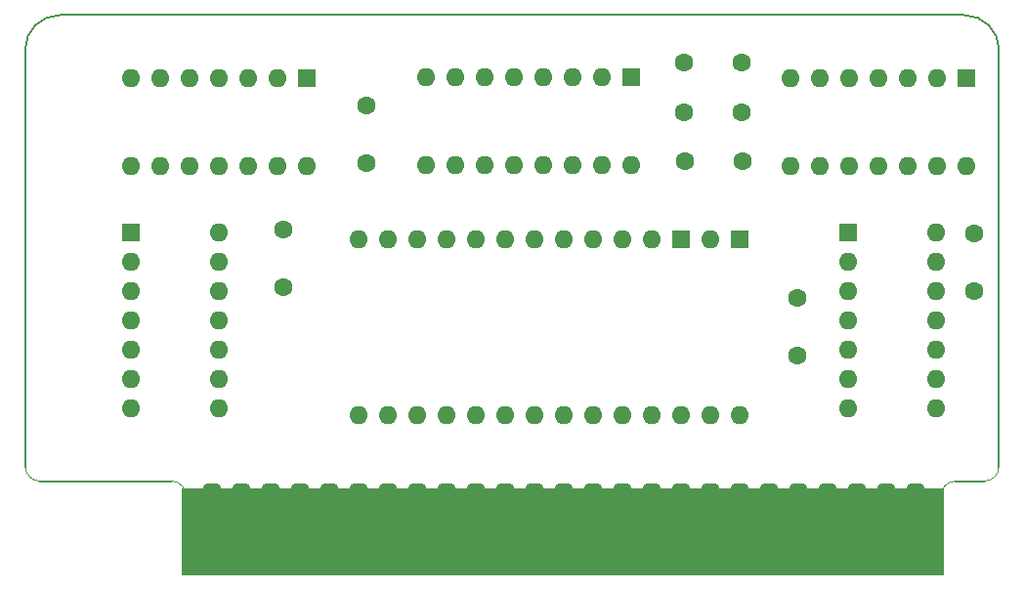
<source format=gbs>
G04 #@! TF.GenerationSoftware,KiCad,Pcbnew,(7.0.0-0)*
G04 #@! TF.CreationDate,2024-01-15T01:27:10+09:00*
G04 #@! TF.ProjectId,Grappler_Minus_Keros_alldip_GH,47726170-706c-4657-925f-4d696e75735f,3*
G04 #@! TF.SameCoordinates,Original*
G04 #@! TF.FileFunction,Soldermask,Bot*
G04 #@! TF.FilePolarity,Negative*
%FSLAX46Y46*%
G04 Gerber Fmt 4.6, Leading zero omitted, Abs format (unit mm)*
G04 Created by KiCad (PCBNEW (7.0.0-0)) date 2024-01-15 01:27:10*
%MOMM*%
%LPD*%
G01*
G04 APERTURE LIST*
G04 Aperture macros list*
%AMRoundRect*
0 Rectangle with rounded corners*
0 $1 Rounding radius*
0 $2 $3 $4 $5 $6 $7 $8 $9 X,Y pos of 4 corners*
0 Add a 4 corners polygon primitive as box body*
4,1,4,$2,$3,$4,$5,$6,$7,$8,$9,$2,$3,0*
0 Add four circle primitives for the rounded corners*
1,1,$1+$1,$2,$3*
1,1,$1+$1,$4,$5*
1,1,$1+$1,$6,$7*
1,1,$1+$1,$8,$9*
0 Add four rect primitives between the rounded corners*
20,1,$1+$1,$2,$3,$4,$5,0*
20,1,$1+$1,$4,$5,$6,$7,0*
20,1,$1+$1,$6,$7,$8,$9,0*
20,1,$1+$1,$8,$9,$2,$3,0*%
G04 Aperture macros list end*
%ADD10C,0.050000*%
%ADD11R,1.600000X1.600000*%
%ADD12O,1.600000X1.600000*%
%ADD13C,1.600000*%
%ADD14RoundRect,0.381000X0.381000X3.175000X-0.381000X3.175000X-0.381000X-3.175000X0.381000X-3.175000X0*%
G04 #@! TA.AperFunction,Profile*
%ADD15C,0.100000*%
G04 #@! TD*
G04 #@! TA.AperFunction,Profile*
%ADD16C,0.150000*%
G04 #@! TD*
G04 APERTURE END LIST*
D10*
X135835000Y-133965000D02*
X201825000Y-133965000D01*
X201825000Y-133965000D02*
X201825000Y-141458000D01*
X201825000Y-141458000D02*
X135835000Y-141458000D01*
X135835000Y-141458000D02*
X135835000Y-133965000D01*
G36*
X135835000Y-133965000D02*
G01*
X201825000Y-133965000D01*
X201825000Y-141458000D01*
X135835000Y-141458000D01*
X135835000Y-133965000D01*
G37*
D11*
X203834999Y-98424999D03*
D12*
X201294999Y-98424999D03*
X198754999Y-98424999D03*
X196214999Y-98424999D03*
X193674999Y-98424999D03*
X191134999Y-98424999D03*
X188594999Y-98424999D03*
X188594999Y-106044999D03*
X191134999Y-106044999D03*
X193674999Y-106044999D03*
X196214999Y-106044999D03*
X198754999Y-106044999D03*
X201294999Y-106044999D03*
X203834999Y-106044999D03*
D11*
X174751999Y-98297999D03*
D12*
X172211999Y-98297999D03*
X169671999Y-98297999D03*
X167131999Y-98297999D03*
X164591999Y-98297999D03*
X162051999Y-98297999D03*
X159511999Y-98297999D03*
X156971999Y-98297999D03*
X156971999Y-105917999D03*
X159511999Y-105917999D03*
X162051999Y-105917999D03*
X164591999Y-105917999D03*
X167131999Y-105917999D03*
X169671999Y-105917999D03*
X172211999Y-105917999D03*
X174751999Y-105917999D03*
D13*
X179330000Y-97030000D03*
X184330000Y-97030000D03*
D11*
X193547999Y-111759999D03*
D12*
X193547999Y-114299999D03*
X193547999Y-116839999D03*
X193547999Y-119379999D03*
X193547999Y-121919999D03*
X193547999Y-124459999D03*
X193547999Y-126999999D03*
X201167999Y-126999999D03*
X201167999Y-124459999D03*
X201167999Y-121919999D03*
X201167999Y-119379999D03*
X201167999Y-116839999D03*
X201167999Y-114299999D03*
X201167999Y-111759999D03*
D11*
X184149999Y-112394999D03*
D12*
X181609999Y-112394999D03*
X179069999Y-112394999D03*
X176529999Y-112394999D03*
X173989999Y-112394999D03*
X171449999Y-112394999D03*
X168909999Y-112394999D03*
X166369999Y-112394999D03*
X163829999Y-112394999D03*
X161289999Y-112394999D03*
X158749999Y-112394999D03*
X156209999Y-112394999D03*
X153669999Y-112394999D03*
X151129999Y-112394999D03*
X151129999Y-127634999D03*
X153669999Y-127634999D03*
X156209999Y-127634999D03*
X158749999Y-127634999D03*
X161289999Y-127634999D03*
X163829999Y-127634999D03*
X166369999Y-127634999D03*
X168909999Y-127634999D03*
X171449999Y-127634999D03*
X173989999Y-127634999D03*
X176529999Y-127634999D03*
X179069999Y-127634999D03*
X181609999Y-127634999D03*
X184149999Y-127634999D03*
D13*
X151870000Y-100760000D03*
X151870000Y-105760000D03*
X179350000Y-101370000D03*
X184350000Y-101370000D03*
D11*
X179069999Y-112394999D03*
D12*
X176529999Y-112394999D03*
X173989999Y-112394999D03*
X171449999Y-112394999D03*
X168909999Y-112394999D03*
X166369999Y-112394999D03*
X163829999Y-112394999D03*
X161289999Y-112394999D03*
X158749999Y-112394999D03*
X156209999Y-112394999D03*
X153669999Y-112394999D03*
X151129999Y-112394999D03*
X151129999Y-127634999D03*
X153669999Y-127634999D03*
X156209999Y-127634999D03*
X158749999Y-127634999D03*
X161289999Y-127634999D03*
X163829999Y-127634999D03*
X166369999Y-127634999D03*
X168909999Y-127634999D03*
X171449999Y-127634999D03*
X173989999Y-127634999D03*
X176529999Y-127634999D03*
X179069999Y-127634999D03*
D11*
X146684999Y-98424999D03*
D12*
X144144999Y-98424999D03*
X141604999Y-98424999D03*
X139064999Y-98424999D03*
X136524999Y-98424999D03*
X133984999Y-98424999D03*
X131444999Y-98424999D03*
X131444999Y-106044999D03*
X133984999Y-106044999D03*
X136524999Y-106044999D03*
X139064999Y-106044999D03*
X141604999Y-106044999D03*
X144144999Y-106044999D03*
X146684999Y-106044999D03*
D14*
X199380000Y-137140000D03*
X196840000Y-137140000D03*
X194300000Y-137140000D03*
X191760000Y-137140000D03*
X189220000Y-137140000D03*
X186680000Y-137140000D03*
X184140000Y-137140000D03*
X181600000Y-137140000D03*
X179060000Y-137140000D03*
X176520000Y-137140000D03*
X173980000Y-137140000D03*
X171440000Y-137140000D03*
X168900000Y-137140000D03*
X166360000Y-137140000D03*
X163820000Y-137140000D03*
X161280000Y-137140000D03*
X158740000Y-137140000D03*
X156200000Y-137140000D03*
X153660000Y-137140000D03*
X151120000Y-137140000D03*
X148580000Y-137140000D03*
X146040000Y-137140000D03*
X143500000Y-137140000D03*
X140960000Y-137140000D03*
X138420000Y-137140000D03*
D11*
X131444999Y-111759999D03*
D12*
X131444999Y-114299999D03*
X131444999Y-116839999D03*
X131444999Y-119379999D03*
X131444999Y-121919999D03*
X131444999Y-124459999D03*
X131444999Y-126999999D03*
X139064999Y-126999999D03*
X139064999Y-124459999D03*
X139064999Y-121919999D03*
X139064999Y-119379999D03*
X139064999Y-116839999D03*
X139064999Y-114299999D03*
X139064999Y-111759999D03*
D13*
X189210000Y-117460000D03*
X189210000Y-122460000D03*
X179420000Y-105620000D03*
X184420000Y-105620000D03*
X189210000Y-122460000D03*
X204530000Y-116890000D03*
X204530000Y-111890000D03*
X144630000Y-116540000D03*
X144630000Y-111540000D03*
D15*
X202882500Y-133350000D02*
G75*
G03*
X201612500Y-134620000I0J-1270000D01*
G01*
X200977500Y-140970000D02*
X136842500Y-140970000D01*
D16*
X206642000Y-95935000D02*
G75*
G03*
X203662000Y-92955000I-2980000J0D01*
G01*
D15*
X201612500Y-134620000D02*
X201612500Y-140335000D01*
D16*
X122270000Y-132080000D02*
X122270000Y-95930000D01*
D15*
X205368000Y-133355000D02*
G75*
G03*
X206638000Y-132085000I0J1270000D01*
G01*
X136207500Y-134620000D02*
G75*
G03*
X134937500Y-133350000I-1270000J0D01*
G01*
D16*
X134937500Y-133350000D02*
X123540000Y-133350000D01*
X125250000Y-92950000D02*
X203662000Y-92955000D01*
X206638000Y-132085000D02*
X206642000Y-95935000D01*
X125250000Y-92950000D02*
G75*
G03*
X122270000Y-95930000I0J-2980000D01*
G01*
D15*
X122270000Y-132080000D02*
G75*
G03*
X123540000Y-133350000I1270000J0D01*
G01*
D16*
X205368000Y-133355000D02*
X202882500Y-133350000D01*
D15*
X136207500Y-134620000D02*
X136207500Y-140335000D01*
X201612500Y-140335000D02*
X200977500Y-140970000D01*
X136207500Y-140335000D02*
X136842500Y-140970000D01*
M02*

</source>
